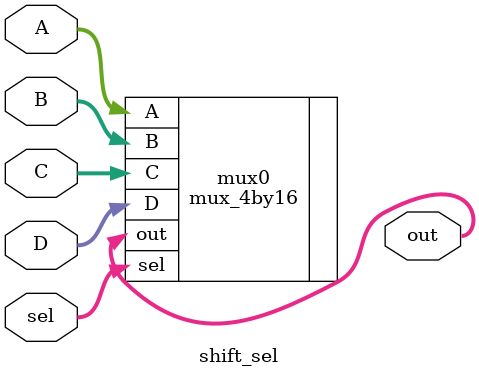
<source format=v>
module shift_sel (A, B, C, D, sel, out);

    input [15:0] A;
    input [15:0] B;
    input [15:0] C;
    input [15:0] D;
    input [1:0] sel;
    
    output [15:0] out;
    
    mux_4by16 mux0 (.A(A[15:0]), .B(B[15:0]), .C(C[15:0]), .D(D[15:0]), .sel(sel[1:0]), .out(out[15:0]));
    
endmodule

</source>
